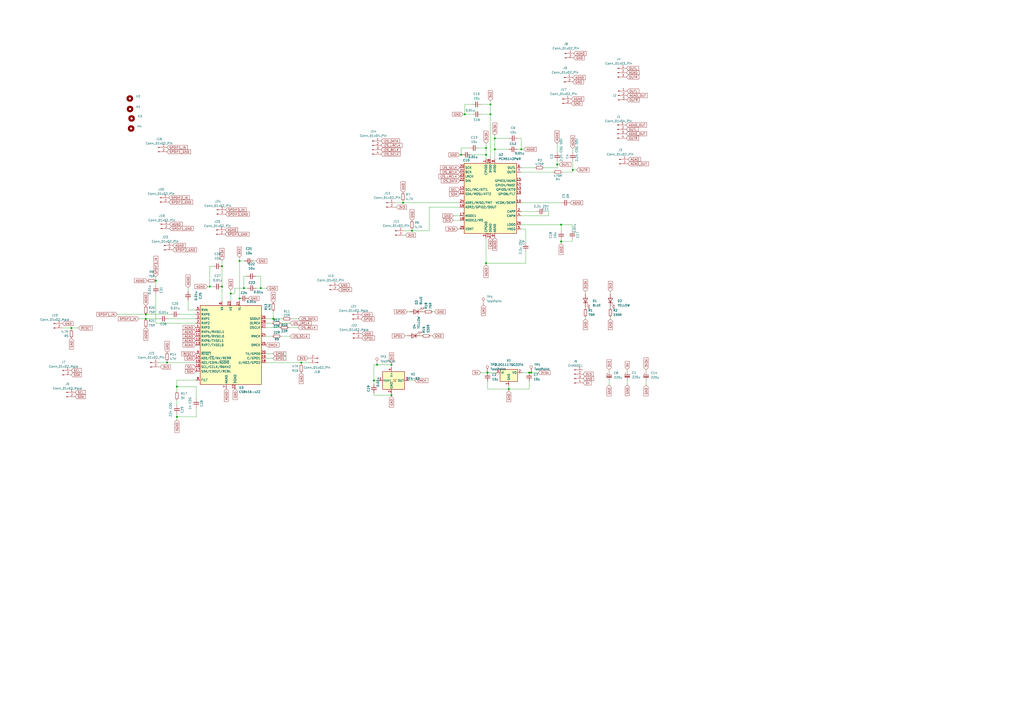
<source format=kicad_sch>
(kicad_sch (version 20230121) (generator eeschema)
  (paper "A2")
  (junction (at 227.076 211.582))
  (junction (at 133.858 170.307))
  (junction (at 287.02 80.264))
  (junction (at 267.462 89.789))
  (junction (at 141.478 167.132))
  (junction (at 151.257 167.132))
  (junction (at 41.402 190.246))
  (junction (at 323.215 95.377))
  (junction (at 121.666 166.243))
  (junction (at 233.807 117.602))
  (junction (at 287.02 86.614))
  (junction (at 239.014 133.858))
  (junction (at 332.232 98.552))
  (junction (at 138.938 173.101))
  (junction (at 306.959 216.154))
  (junction (at 216.916 220.726))
  (junction (at 174.752 210.312))
  (junction (at 227.076 229.235))
  (junction (at 102.616 241.808))
  (junction (at 102.616 224.282))
  (junction (at 302.387 86.614))
  (junction (at 84.582 182.372))
  (junction (at 295.148 225.679))
  (junction (at 281.94 89.789))
  (junction (at 284.48 66.294))
  (junction (at 325.501 140.081))
  (junction (at 281.94 85.852))
  (junction (at 284.48 60.579))
  (junction (at 96.901 210.312))
  (junction (at 84.582 184.912))
  (junction (at 269.621 66.294))
  (junction (at 282.829 216.154))
  (junction (at 282.702 216.154))
  (junction (at 281.94 152.654))
  (junction (at 128.778 166.243))
  (junction (at 325.501 130.302))
  (junction (at 308.102 216.154))
  (junction (at 128.778 154.432))
  (junction (at 138.938 151.384))
  (junction (at 218.694 211.582))
  (junction (at 90.424 162.814))
  (junction (at 158.496 184.912))
  (wire (pts (xy 316.357 122.682) (xy 318.389 122.682)))
  (wire (pts (xy 168.275 195.072) (xy 163.068 195.072)))
  (wire (pts (xy 96.901 209.423) (xy 96.901 210.312)))
  (wire (pts (xy 323.215 95.377) (xy 323.215 97.282)))
  (wire (pts (xy 295.021 86.614) (xy 287.02 86.614)))
  (wire (pts (xy 277.622 85.852) (xy 281.94 85.852)))
  (wire (pts (xy 128.778 166.243) (xy 128.778 174.752)))
  (wire (pts (xy 332.232 98.552) (xy 332.232 99.822)))
  (wire (pts (xy 96.901 210.312) (xy 113.538 210.312)))
  (wire (pts (xy 339.598 183.896) (xy 339.598 185.039)))
  (wire (pts (xy 216.916 220.726) (xy 219.456 220.726)))
  (wire (pts (xy 302.387 80.264) (xy 302.387 86.614)))
  (wire (pts (xy 136.144 167.132) (xy 136.144 170.307)))
  (wire (pts (xy 154.686 167.259) (xy 154.559 167.259)))
  (wire (pts (xy 269.621 66.294) (xy 274.066 66.294)))
  (wire (pts (xy 138.938 151.384) (xy 138.938 173.101)))
  (wire (pts (xy 282.829 216.154) (xy 287.528 216.154)))
  (wire (pts (xy 374.777 223.393) (xy 374.777 220.726)))
  (wire (pts (xy 331.978 140.081) (xy 331.978 138.811)))
  (wire (pts (xy 102.616 224.282) (xy 102.616 227.076)))
  (wire (pts (xy 138.938 173.101) (xy 138.938 174.752)))
  (wire (pts (xy 281.94 89.789) (xy 281.94 92.202)))
  (wire (pts (xy 229.108 117.602) (xy 233.807 117.602)))
  (wire (pts (xy 302.26 132.842) (xy 304.927 132.842)))
  (wire (pts (xy 325.501 130.302) (xy 325.501 133.858)))
  (wire (pts (xy 272.542 85.852) (xy 267.462 85.852)))
  (wire (pts (xy 353.314 214.503) (xy 353.314 215.646)))
  (wire (pts (xy 331.978 130.302) (xy 325.501 130.302)))
  (wire (pts (xy 339.598 178.816) (xy 339.598 178.054)))
  (wire (pts (xy 133.858 168.021) (xy 133.858 170.307)))
  (wire (pts (xy 138.811 149.225) (xy 138.811 149.352)))
  (wire (pts (xy 284.48 60.579) (xy 284.48 66.294)))
  (wire (pts (xy 332.232 93.345) (xy 332.232 98.552)))
  (wire (pts (xy 332.232 99.822) (xy 326.136 99.822)))
  (wire (pts (xy 154.559 167.259) (xy 154.559 167.132)))
  (wire (pts (xy 239.014 132.969) (xy 239.014 133.858)))
  (wire (pts (xy 128.778 154.432) (xy 128.778 166.243)))
  (wire (pts (xy 266.7 120.142) (xy 248.92 120.142)))
  (wire (pts (xy 287.02 80.264) (xy 287.02 86.614)))
  (wire (pts (xy 109.093 179.832) (xy 113.538 179.832)))
  (wire (pts (xy 90.424 165.608) (xy 90.424 162.814)))
  (wire (pts (xy 109.093 169.037) (xy 109.093 166.878)))
  (wire (pts (xy 279.146 66.294) (xy 284.48 66.294)))
  (wire (pts (xy 157.988 195.072) (xy 154.178 195.072)))
  (wire (pts (xy 318.389 125.222) (xy 318.389 122.682)))
  (wire (pts (xy 113.919 241.808) (xy 102.616 241.808)))
  (wire (pts (xy 300.228 80.264) (xy 302.387 80.264)))
  (wire (pts (xy 282.702 216.154) (xy 282.829 216.154)))
  (wire (pts (xy 123.698 154.432) (xy 121.666 154.432)))
  (wire (pts (xy 284.48 58.42) (xy 284.48 60.579)))
  (wire (pts (xy 265.684 132.842) (xy 266.7 132.842)))
  (wire (pts (xy 80.518 184.912) (xy 84.582 184.912)))
  (wire (pts (xy 121.666 166.243) (xy 123.698 166.243)))
  (wire (pts (xy 306.959 216.154) (xy 302.768 216.154)))
  (wire (pts (xy 311.277 122.682) (xy 302.26 122.682)))
  (wire (pts (xy 227.076 211.582) (xy 227.076 213.106)))
  (wire (pts (xy 245.872 180.848) (xy 245.11 180.848)))
  (wire (pts (xy 120.396 166.243) (xy 121.666 166.243)))
  (wire (pts (xy 84.582 182.372) (xy 99.06 182.372)))
  (wire (pts (xy 281.94 83.058) (xy 281.94 85.852)))
  (wire (pts (xy 323.088 83.439) (xy 323.215 83.439)))
  (wire (pts (xy 284.48 66.294) (xy 284.48 92.202)))
  (wire (pts (xy 312.166 216.154) (xy 308.102 216.154)))
  (wire (pts (xy 263.017 125.222) (xy 266.7 125.222)))
  (wire (pts (xy 143.383 160.274) (xy 141.478 160.274)))
  (wire (pts (xy 218.694 211.582) (xy 216.916 211.582)))
  (wire (pts (xy 268.732 66.294) (xy 269.621 66.294)))
  (wire (pts (xy 227.076 229.87) (xy 227.076 229.235)))
  (wire (pts (xy 148.463 160.274) (xy 151.257 160.274)))
  (wire (pts (xy 282.829 225.679) (xy 295.148 225.679)))
  (wire (pts (xy 68.072 182.372) (xy 84.582 182.372)))
  (wire (pts (xy 113.919 224.282) (xy 102.616 224.282)))
  (wire (pts (xy 331.978 130.302) (xy 331.978 133.731)))
  (wire (pts (xy 306.959 225.679) (xy 295.148 225.679)))
  (wire (pts (xy 92.964 212.852) (xy 92.202 212.852)))
  (wire (pts (xy 151.257 160.274) (xy 151.257 167.132)))
  (wire (pts (xy 295.148 225.679) (xy 295.148 223.774)))
  (wire (pts (xy 216.916 222.885) (xy 216.916 220.726)))
  (wire (pts (xy 250.952 180.848) (xy 252.095 180.848)))
  (wire (pts (xy 363.855 223.266) (xy 363.855 220.599)))
  (wire (pts (xy 102.616 220.472) (xy 102.616 224.282)))
  (wire (pts (xy 229.87 120.142) (xy 229.108 120.142)))
  (wire (pts (xy 303.784 86.614) (xy 302.387 86.614)))
  (wire (pts (xy 281.94 152.654) (xy 281.94 137.922)))
  (wire (pts (xy 154.178 210.312) (xy 174.752 210.312)))
  (wire (pts (xy 227.076 211.582) (xy 218.694 211.582)))
  (wire (pts (xy 287.02 78.359) (xy 287.02 80.264)))
  (wire (pts (xy 237.49 180.848) (xy 236.22 180.848)))
  (wire (pts (xy 84.582 184.912) (xy 92.329 184.912)))
  (wire (pts (xy 308.102 216.154) (xy 306.959 216.154)))
  (wire (pts (xy 90.424 170.688) (xy 90.424 187.452)))
  (wire (pts (xy 90.424 162.814) (xy 90.424 160.528)))
  (wire (pts (xy 323.215 93.345) (xy 323.215 95.377)))
  (wire (pts (xy 138.811 149.352) (xy 138.938 149.352)))
  (wire (pts (xy 216.916 229.235) (xy 227.076 229.235)))
  (wire (pts (xy 302.387 86.614) (xy 300.101 86.614)))
  (wire (pts (xy 304.927 132.842) (xy 304.927 140.843)))
  (wire (pts (xy 249.682 194.818) (xy 250.825 194.818)))
  (wire (pts (xy 233.807 117.602) (xy 266.7 117.602)))
  (wire (pts (xy 236.22 194.818) (xy 234.95 194.818)))
  (wire (pts (xy 244.602 194.818) (xy 243.84 194.818)))
  (wire (pts (xy 158.496 180.594) (xy 158.496 184.912)))
  (wire (pts (xy 267.462 85.852) (xy 267.462 89.789)))
  (wire (pts (xy 113.919 231.394) (xy 113.919 224.282)))
  (wire (pts (xy 174.752 211.201) (xy 174.752 210.312)))
  (wire (pts (xy 227.076 229.235) (xy 227.076 228.346)))
  (wire (pts (xy 168.275 187.452) (xy 162.941 187.452)))
  (wire (pts (xy 151.257 167.132) (xy 148.59 167.132)))
  (wire (pts (xy 121.666 154.432) (xy 121.666 166.243)))
  (wire (pts (xy 157.861 187.452) (xy 154.178 187.452)))
  (wire (pts (xy 104.14 182.372) (xy 113.538 182.372)))
  (wire (pts (xy 287.02 86.614) (xy 287.02 92.202)))
  (wire (pts (xy 143.51 167.132) (xy 141.478 167.132)))
  (wire (pts (xy 216.916 227.965) (xy 216.916 229.235)))
  (wire (pts (xy 281.94 85.852) (xy 281.94 89.789)))
  (wire (pts (xy 138.938 151.384) (xy 141.859 151.384)))
  (wire (pts (xy 128.778 151.003) (xy 128.778 154.432)))
  (wire (pts (xy 273.939 60.579) (xy 269.621 60.579)))
  (wire (pts (xy 97.409 184.912) (xy 113.538 184.912)))
  (wire (pts (xy 332.232 86.106) (xy 332.232 88.265)))
  (wire (pts (xy 295.148 226.822) (xy 295.148 225.679)))
  (wire (pts (xy 102.616 235.077) (xy 102.616 232.156)))
  (wire (pts (xy 45.466 190.246) (xy 41.402 190.246)))
  (wire (pts (xy 354.076 183.896) (xy 354.076 185.039)))
  (wire (pts (xy 248.92 120.142) (xy 248.92 133.858)))
  (wire (pts (xy 269.621 60.579) (xy 269.621 66.294)))
  (wire (pts (xy 172.847 189.992) (xy 167.513 189.992)))
  (wire (pts (xy 354.076 170.434) (xy 354.076 169.164)))
  (wire (pts (xy 158.496 184.912) (xy 154.178 184.912)))
  (wire (pts (xy 302.26 117.602) (xy 325.628 117.602)))
  (wire (pts (xy 354.076 178.816) (xy 354.076 178.054)))
  (wire (pts (xy 158.369 207.772) (xy 154.178 207.772)))
  (wire (pts (xy 237.236 220.726) (xy 240.538 220.726)))
  (wire (pts (xy 102.616 243.586) (xy 102.616 241.808)))
  (wire (pts (xy 179.451 210.312) (xy 174.752 210.312)))
  (wire (pts (xy 323.215 83.439) (xy 323.215 88.265)))
  (wire (pts (xy 178.689 207.772) (xy 179.451 207.772)))
  (wire (pts (xy 173.101 184.912) (xy 168.91 184.912)))
  (wire (pts (xy 325.501 138.938) (xy 325.501 140.081)))
  (wire (pts (xy 304.927 145.923) (xy 304.927 152.654)))
  (wire (pts (xy 109.093 174.117) (xy 109.093 179.832)))
  (wire (pts (xy 92.202 210.312) (xy 96.901 210.312)))
  (wire (pts (xy 41.402 191.135) (xy 41.402 190.246)))
  (wire (pts (xy 113.919 236.474) (xy 113.919 241.808)))
  (wire (pts (xy 113.538 220.472) (xy 102.616 220.472)))
  (wire (pts (xy 321.056 99.822) (xy 302.26 99.822)))
  (wire (pts (xy 263.017 127.762) (xy 266.7 127.762)))
  (wire (pts (xy 325.501 140.081) (xy 331.978 140.081)))
  (wire (pts (xy 102.616 241.808) (xy 102.616 240.157)))
  (wire (pts (xy 374.777 214.503) (xy 374.777 215.646)))
  (wire (pts (xy 234.315 133.858) (xy 239.014 133.858)))
  (wire (pts (xy 133.858 170.307) (xy 133.858 174.752)))
  (wire (pts (xy 141.478 167.132) (xy 136.144 167.132)))
  (wire (pts (xy 266.573 89.789) (xy 267.462 89.789)))
  (wire (pts (xy 353.314 223.393) (xy 353.314 220.726)))
  (wire (pts (xy 302.26 97.282) (xy 310.388 97.282)))
  (wire (pts (xy 141.478 160.274) (xy 141.478 167.132)))
  (wire (pts (xy 325.501 140.081) (xy 325.501 141.351)))
  (wire (pts (xy 282.829 221.234) (xy 282.829 225.679)))
  (wire (pts (xy 304.927 152.654) (xy 281.94 152.654)))
  (wire (pts (xy 334.391 98.552) (xy 332.232 98.552)))
  (wire (pts (xy 235.077 136.398) (xy 234.315 136.398)))
  (wire (pts (xy 302.26 130.302) (xy 325.501 130.302)))
  (wire (pts (xy 148.59 151.384) (xy 146.939 151.384)))
  (wire (pts (xy 324.231 95.377) (xy 323.215 95.377)))
  (wire (pts (xy 239.014 133.858) (xy 248.92 133.858)))
  (wire (pts (xy 233.807 116.713) (xy 233.807 117.602)))
  (wire (pts (xy 323.088 83.185) (xy 323.088 83.439)))
  (wire (pts (xy 287.02 80.264) (xy 295.148 80.264)))
  (wire (pts (xy 158.369 205.232) (xy 154.178 205.232)))
  (wire (pts (xy 216.916 211.582) (xy 216.916 220.726)))
  (wire (pts (xy 302.26 125.222) (xy 318.389 125.222)))
  (wire (pts (xy 315.468 97.282) (xy 323.215 97.282)))
  (wire (pts (xy 278.892 216.154) (xy 282.702 216.154)))
  (wire (pts (xy 281.94 152.654) (xy 281.94 153.67)))
  (wire (pts (xy 339.598 170.434) (xy 339.598 169.164)))
  (wire (pts (xy 154.559 167.132) (xy 151.257 167.132)))
  (wire (pts (xy 227.076 210.566) (xy 227.076 211.582)))
  (wire (pts (xy 162.433 189.992) (xy 154.178 189.992)))
  (wire (pts (xy 90.424 187.452) (xy 113.538 187.452)))
  (wire (pts (xy 138.938 149.352) (xy 138.938 151.384)))
  (wire (pts (xy 267.462 89.789) (xy 267.97 89.789)))
  (wire (pts (xy 41.402 190.246) (xy 36.195 190.246)))
  (wire (pts (xy 363.855 214.376) (xy 363.855 215.519)))
  (wire (pts (xy 163.83 184.912) (xy 158.496 184.912)))
  (wire (pts (xy 306.959 221.234) (xy 306.959 225.679)))
  (wire (pts (xy 136.144 170.307) (xy 133.858 170.307)))
  (wire (pts (xy 279.019 60.579) (xy 284.48 60.579)))
  (wire (pts (xy 273.05 89.789) (xy 281.94 89.789)))
  (global_label "AGND_OUT" (shape input) (at 363.22 72.517 0) (property "Intersheetrefs" "${INTERSHEET_REFS}" (effects hide)))
  (global_label "GND" (shape input) (at 354.076 185.039 270) (property "Intersheetrefs" "${INTERSHEET_REFS}" (effects hide)))
  (global_label "3V3A" (shape input) (at 287.02 78.359 90) (property "Intersheetrefs" "${INTERSHEET_REFS}" (effects hide)))
  (global_label "OMCK" (shape input) (at 196.215 168.021 0) (property "Intersheetrefs" "${INTERSHEET_REFS}" (effects hide)))
  (global_label "GND" (shape input) (at 363.855 223.266 270) (property "Intersheetrefs" "${INTERSHEET_REFS}" (effects hide)))
  (global_label "GND" (shape input) (at 148.59 151.384 0) (property "Intersheetrefs" "${INTERSHEET_REFS}" (effects hide)))
  (global_label "AGND" (shape input) (at 364.236 92.456 0) (property "Intersheetrefs" "${INTERSHEET_REFS}" (effects hide)))
  (global_label "GND" (shape input) (at 96.901 204.343 90) (property "Intersheetrefs" "${INTERSHEET_REFS}" (effects hide)))
  (global_label "SDA" (shape input) (at 41.275 217.424 0) (property "Intersheetrefs" "${INTERSHEET_REFS}" (effects hide)))
  (global_label "3V3A" (shape input) (at 312.166 216.154 0) (property "Intersheetrefs" "${INTERSHEET_REFS}" (effects hide)))
  (global_label "GND" (shape input) (at 41.402 196.215 270) (property "Intersheetrefs" "${INTERSHEET_REFS}" (effects hide)))
  (global_label "GND" (shape input) (at 325.501 141.351 270) (property "Intersheetrefs" "${INTERSHEET_REFS}" (effects hide)))
  (global_label "GND" (shape input) (at 353.314 223.393 270) (property "Intersheetrefs" "${INTERSHEET_REFS}" (effects hide)))
  (global_label "I2S_DATA" (shape input) (at 266.7 104.902 180) (property "Intersheetrefs" "${INTERSHEET_REFS}" (effects hide)))
  (global_label "GND" (shape input) (at 332.232 47.498 0) (property "Intersheetrefs" "${INTERSHEET_REFS}" (effects hide)))
  (global_label "AGND" (shape input) (at 113.538 197.612 180) (property "Intersheetrefs" "${INTERSHEET_REFS}" (effects hide)))
  (global_label "GND" (shape input) (at 250.825 194.818 0) (property "Intersheetrefs" "${INTERSHEET_REFS}" (effects hide)))
  (global_label "I2S_DATA" (shape input) (at 173.101 184.912 0) (property "Intersheetrefs" "${INTERSHEET_REFS}" (effects hide)))
  (global_label "AGND" (shape input) (at 287.02 137.922 270) (property "Intersheetrefs" "${INTERSHEET_REFS}" (effects hide)))
  (global_label "SPDIF1_IN" (shape input) (at 96.774 85.471 0) (property "Intersheetrefs" "${INTERSHEET_REFS}" (effects hide)))
  (global_label "AGND" (shape input) (at 332.74 30.988 0) (property "Intersheetrefs" "${INTERSHEET_REFS}" (effects hide)))
  (global_label "AGND" (shape input) (at 281.94 153.67 270) (property "Intersheetrefs" "${INTERSHEET_REFS}" (effects hide)))
  (global_label "I2S_DATA" (shape input) (at 220.98 81.788 0) (property "Intersheetrefs" "${INTERSHEET_REFS}" (effects hide)))
  (global_label "SPDIF2_GND" (shape input) (at 97.917 117.221 0) (property "Intersheetrefs" "${INTERSHEET_REFS}" (effects hide)))
  (global_label "OUTR" (shape input) (at 363.601 57.912 0) (property "Intersheetrefs" "${INTERSHEET_REFS}" (effects hide)))
  (global_label "GND" (shape input) (at 338.201 219.583 0) (property "Intersheetrefs" "${INTERSHEET_REFS}" (effects hide)))
  (global_label "AGND" (shape input) (at 98.298 130.048 0) (property "Intersheetrefs" "${INTERSHEET_REFS}" (effects hide)))
  (global_label "I2S_SCLK" (shape input) (at 220.98 89.408 0) (property "Intersheetrefs" "${INTERSHEET_REFS}" (effects hide)))
  (global_label "OUTR" (shape input) (at 363.22 80.137 0) (property "Intersheetrefs" "${INTERSHEET_REFS}" (effects hide)))
  (global_label "RESET" (shape input) (at 113.538 205.232 180) (property "Intersheetrefs" "${INTERSHEET_REFS}" (effects hide)))
  (global_label "3V3" (shape input) (at 263.017 127.762 180) (property "Intersheetrefs" "${INTERSHEET_REFS}" (effects hide)))
  (global_label "OUTL" (shape input) (at 363.347 39.624 0) (property "Intersheetrefs" "${INTERSHEET_REFS}" (effects hide)))
  (global_label "GND" (shape input) (at 209.55 182.499 0) (property "Intersheetrefs" "${INTERSHEET_REFS}" (effects hide)))
  (global_label "GND" (shape input) (at 339.598 185.039 270) (property "Intersheetrefs" "${INTERSHEET_REFS}" (effects hide)))
  (global_label "3V3" (shape input) (at 284.48 58.42 90) (property "Intersheetrefs" "${INTERSHEET_REFS}" (effects hide)))
  (global_label "5V" (shape input) (at 363.855 214.376 90) (property "Intersheetrefs" "${INTERSHEET_REFS}" (effects hide)))
  (global_label "I2S_BCLK" (shape input) (at 172.847 189.992 0) (property "Intersheetrefs" "${INTERSHEET_REFS}" (effects hide)))
  (global_label "AGND_OUT" (shape input) (at 363.601 55.372 0) (property "Intersheetrefs" "${INTERSHEET_REFS}" (effects hide)))
  (global_label "3V3A" (shape input) (at 374.777 214.503 90) (property "Intersheetrefs" "${INTERSHEET_REFS}" (effects hide)))
  (global_label "I2S_SCLK" (shape input) (at 266.7 97.282 180) (property "Intersheetrefs" "${INTERSHEET_REFS}" (effects hide)))
  (global_label "SPDIF1_GND" (shape input) (at 96.774 88.011 0) (property "Intersheetrefs" "${INTERSHEET_REFS}" (effects hide)))
  (global_label "GND" (shape input) (at 332.74 33.528 0) (property "Intersheetrefs" "${INTERSHEET_REFS}" (effects hide)))
  (global_label "5V" (shape input) (at 278.892 216.154 180) (property "Intersheetrefs" "${INTERSHEET_REFS}" (effects hide)))
  (global_label "OUTR" (shape input) (at 334.391 98.552 0) (property "Intersheetrefs" "${INTERSHEET_REFS}" (effects hide)))
  (global_label "GND" (shape input) (at 280.416 176.784 270) (property "Intersheetrefs" "${INTERSHEET_REFS}" (effects hide)))
  (global_label "SDA" (shape input) (at 266.7 112.522 180) (property "Intersheetrefs" "${INTERSHEET_REFS}" (effects hide)))
  (global_label "I2S_LRCLK" (shape input) (at 266.7 102.362 180) (property "Intersheetrefs" "${INTERSHEET_REFS}" (effects hide)))
  (global_label "SDA" (shape input) (at 43.561 230.124 0) (property "Intersheetrefs" "${INTERSHEET_REFS}" (effects hide)))
  (global_label "3V3A" (shape input) (at 281.94 83.058 90) (property "Intersheetrefs" "${INTERSHEET_REFS}" (effects hide)))
  (global_label "AGND" (shape input) (at 332.232 86.106 90) (property "Intersheetrefs" "${INTERSHEET_REFS}" (effects hide)))
  (global_label "SPDIF3_IN" (shape input) (at 90.424 160.528 90) (property "Intersheetrefs" "${INTERSHEET_REFS}" (effects hide)))
  (global_label "SCL" (shape input) (at 113.538 212.852 180) (property "Intersheetrefs" "${INTERSHEET_REFS}" (effects hide)))
  (global_label "GND" (shape input) (at 284.48 137.922 270) (property "Intersheetrefs" "${INTERSHEET_REFS}" (effects hide)))
  (global_label "AGND_OUT" (shape input) (at 364.236 94.996 0) (property "Intersheetrefs" "${INTERSHEET_REFS}" (effects hide)))
  (global_label "AGND" (shape input) (at 100.203 142.367 0) (property "Intersheetrefs" "${INTERSHEET_REFS}" (effects hide)))
  (global_label "SPDIF3_GND" (shape input) (at 130.81 124.206 0) (property "Intersheetrefs" "${INTERSHEET_REFS}" (effects hide)))
  (global_label "3V3" (shape input) (at 227.076 210.566 90) (property "Intersheetrefs" "${INTERSHEET_REFS}" (effects hide)))
  (global_label "AGND" (shape input) (at 363.347 42.164 0) (property "Intersheetrefs" "${INTERSHEET_REFS}" (effects hide)))
  (global_label "AGND" (shape input) (at 84.582 189.992 270) (property "Intersheetrefs" "${INTERSHEET_REFS}" (effects hide)))
  (global_label "OUTR" (shape input) (at 363.347 44.704 0) (property "Intersheetrefs" "${INTERSHEET_REFS}" (effects hide)))
  (global_label "SPDIF3_IN" (shape input) (at 130.81 121.666 0) (property "Intersheetrefs" "${INTERSHEET_REFS}" (effects hide)))
  (global_label "GND" (shape input) (at 268.732 66.294 180) (property "Intersheetrefs" "${INTERSHEET_REFS}" (effects hide)))
  (global_label "SDA" (shape input) (at 113.538 215.392 180) (property "Intersheetrefs" "${INTERSHEET_REFS}" (effects hide)))
  (global_label "I2S_SCLK" (shape input) (at 168.275 195.072 0) (property "Intersheetrefs" "${INTERSHEET_REFS}" (effects hide)))
  (global_label "GND" (shape input) (at 174.752 216.281 270) (property "Intersheetrefs" "${INTERSHEET_REFS}" (effects hide)))
  (global_label "GPO0" (shape input) (at 158.369 205.232 0) (property "Intersheetrefs" "${INTERSHEET_REFS}" (effects hide)))
  (global_label "OMCK" (shape input) (at 240.538 220.726 0) (property "Intersheetrefs" "${INTERSHEET_REFS}" (effects hide)))
  (global_label "I2S_BCLK" (shape input) (at 220.98 86.868 0) (property "Intersheetrefs" "${INTERSHEET_REFS}" (effects hide)))
  (global_label "3V3" (shape input) (at 158.496 175.514 90) (property "Intersheetrefs" "${INTERSHEET_REFS}" (effects hide)))
  (global_label "GPO0" (shape input) (at 209.55 185.039 0) (property "Intersheetrefs" "${INTERSHEET_REFS}" (effects hide)))
  (global_label "AGND" (shape input) (at 113.538 189.992 180) (property "Intersheetrefs" "${INTERSHEET_REFS}" (effects hide)))
  (global_label "3V3" (shape input) (at 133.858 168.021 90) (property "Intersheetrefs" "${INTERSHEET_REFS}" (effects hide)))
  (global_label "3V3A" (shape input) (at 265.684 132.842 180) (property "Intersheetrefs" "${INTERSHEET_REFS}" (effects hide)))
  (global_label "GND" (shape input) (at 209.804 193.548 0) (property "Intersheetrefs" "${INTERSHEET_REFS}" (effects hide)))
  (global_label "3V3" (shape input) (at 338.201 217.043 0) (property "Intersheetrefs" "${INTERSHEET_REFS}" (effects hide)))
  (global_label "OUTL" (shape input) (at 363.22 75.057 0) (property "Intersheetrefs" "${INTERSHEET_REFS}" (effects hide)))
  (global_label "GND" (shape input) (at 263.017 125.222 180) (property "Intersheetrefs" "${INTERSHEET_REFS}" (effects hide)))
  (global_label "SPDIF1_GND" (shape input) (at 98.298 132.588 0) (property "Intersheetrefs" "${INTERSHEET_REFS}" (effects hide)))
  (global_label "GPO1" (shape input) (at 158.369 207.772 0) (property "Intersheetrefs" "${INTERSHEET_REFS}" (effects hide)))
  (global_label "3V3" (shape input) (at 354.076 169.164 90) (property "Intersheetrefs" "${INTERSHEET_REFS}" (effects hide)))
  (global_label "AGND" (shape input) (at 113.538 195.072 180) (property "Intersheetrefs" "${INTERSHEET_REFS}" (effects hide)))
  (global_label "OUTL" (shape input) (at 363.601 52.832 0) (property "Intersheetrefs" "${INTERSHEET_REFS}" (effects hide)))
  (global_label "GND" (shape input) (at 252.095 180.848 0) (property "Intersheetrefs" "${INTERSHEET_REFS}" (effects hide)))
  (global_label "GPO1" (shape input) (at 234.95 194.818 180) (property "Intersheetrefs" "${INTERSHEET_REFS}" (effects hide)))
  (global_label "3V3" (shape input) (at 138.811 149.225 90) (property "Intersheetrefs" "${INTERSHEET_REFS}" (effects hide)))
  (global_label "GND" (shape input) (at 233.807 111.633 90) (property "Intersheetrefs" "${INTERSHEET_REFS}" (effects hide)))
  (global_label "AGND" (shape input) (at 303.784 86.614 0) (property "Intersheetrefs" "${INTERSHEET_REFS}" (effects hide)))
  (global_label "AGND" (shape input) (at 332.232 44.958 0) (property "Intersheetrefs" "${INTERSHEET_REFS}" (effects hide)))
  (global_label "AGND" (shape input) (at 113.538 192.532 180) (property "Intersheetrefs" "${INTERSHEET_REFS}" (effects hide)))
  (global_label "GND" (shape input) (at 36.195 187.706 0) (property "Intersheetrefs" "${INTERSHEET_REFS}" (effects hide)))
  (global_label "AGND" (shape input) (at 85.344 162.814 180) (property "Intersheetrefs" "${INTERSHEET_REFS}" (effects hide)))
  (global_label "AGND" (shape input) (at 331.343 57.404 0) (property "Intersheetrefs" "${INTERSHEET_REFS}" (effects hide)))
  (global_label "SPDIF2_IN" (shape input) (at 80.518 184.912 180) (property "Intersheetrefs" "${INTERSHEET_REFS}" (effects hide)))
  (global_label "SCL" (shape input) (at 266.7 109.982 180) (property "Intersheetrefs" "${INTERSHEET_REFS}" (effects hide)))
  (global_label "AGND_OUT" (shape input) (at 363.22 77.597 0) (property "Intersheetrefs" "${INTERSHEET_REFS}" (effects hide)))
  (global_label "AGND" (shape input) (at 131.318 225.552 270) (property "Intersheetrefs" "${INTERSHEET_REFS}" (effects hide)))
  (global_label "SPDIF1_IN" (shape input) (at 68.072 182.372 180) (property "Intersheetrefs" "${INTERSHEET_REFS}" (effects hide)))
  (global_label "SPDIF2_GND" (shape input) (at 100.203 144.907 0) (property "Intersheetrefs" "${INTERSHEET_REFS}" (effects hide)))
  (global_label "I2S_LRCLK" (shape input) (at 168.275 187.452 0) (property "Intersheetrefs" "${INTERSHEET_REFS}" (effects hide)))
  (global_label "AGND" (shape input) (at 109.093 166.878 90) (property "Intersheetrefs" "${INTERSHEET_REFS}" (effects hide)))
  (global_label "AGND" (shape input) (at 102.616 243.586 270) (property "Intersheetrefs" "${INTERSHEET_REFS}" (effects hide)))
  (global_label "GND" (shape input) (at 239.014 127.889 90) (property "Intersheetrefs" "${INTERSHEET_REFS}" (effects hide)))
  (global_label "RESET" (shape input) (at 45.466 190.246 0) (property "Intersheetrefs" "${INTERSHEET_REFS}" (effects hide)))
  (global_label "GND" (shape input) (at 154.686 167.259 0) (property "Intersheetrefs" "${INTERSHEET_REFS}" (effects hide)))
  (global_label "SPDIF2_IN" (shape input) (at 97.917 114.681 0) (property "Intersheetrefs" "${INTERSHEET_REFS}" (effects hide)))
  (global_label "3V3A" (shape input) (at 339.598 169.164 90) (property "Intersheetrefs" "${INTERSHEET_REFS}" (effects hide)))
  (global_label "GND" (shape input) (at 374.777 223.393 270) (property "Intersheetrefs" "${INTERSHEET_REFS}" (effects hide)))
  (global_label "GND" (shape input) (at 331.343 59.944 0) (property "Intersheetrefs" "${INTERSHEET_REFS}" (effects hide)))
  (global_label "OMCK" (shape input) (at 154.178 200.152 0) (property "Intersheetrefs" "${INTERSHEET_REFS}" (effects hide)))
  (global_label "GND" (shape input) (at 113.538 207.772 180) (property "Intersheetrefs" "${INTERSHEET_REFS}" (effects hide)))
  (global_label "GPO1" (shape input) (at 209.804 196.088 0) (property "Intersheetrefs" "${INTERSHEET_REFS}" (effects hide)))
  (global_label "GND" (shape input) (at 136.398 225.552 270) (property "Intersheetrefs" "${INTERSHEET_REFS}" (effects hide)))
  (global_label "AGND" (shape input) (at 113.538 200.152 180) (property "Intersheetrefs" "${INTERSHEET_REFS}" (effects hide)))
  (global_label "GND" (shape input) (at 227.076 229.87 270) (property "Intersheetrefs" "${INTERSHEET_REFS}" (effects hide)))
  (global_label "3V3" (shape input) (at 229.87 120.142 0) (property "Intersheetrefs" "${INTERSHEET_REFS}" (effects hide)))
  (global_label "3V3" (shape input) (at 353.314 214.503 90) (property "Intersheetrefs" "${INTERSHEET_REFS}" (effects hide)))
  (global_label "AGND" (shape input) (at 323.088 83.185 90) (property "Intersheetrefs" "${INTERSHEET_REFS}" (effects hide)))
  (global_label "GND" (shape input) (at 266.573 89.789 180) (property "Intersheetrefs" "${INTERSHEET_REFS}" (effects hide)))
  (global_label "SCL" (shape input) (at 43.561 227.584 0) (property "Intersheetrefs" "${INTERSHEET_REFS}" (effects hide)))
  (global_label "GND" (shape input) (at 196.215 165.481 0) (property "Intersheetrefs" "${INTERSHEET_REFS}" (effects hide)))
  (global_label "GPO0" (shape input) (at 236.22 180.848 180) (property "Intersheetrefs" "${INTERSHEET_REFS}" (effects hide)))
  (global_label "GND" (shape input) (at 144.018 173.101 0) (property "Intersheetrefs" "${INTERSHEET_REFS}" (effects hide)))
  (global_label "AGND" (shape input) (at 130.556 133.35 0) (property "Intersheetrefs" "${INTERSHEET_REFS}" (effects hide)))
  (global_label "3V3A" (shape input) (at 128.778 151.003 90) (property "Intersheetrefs" "${INTERSHEET_REFS}" (effects hide)))
  (global_label "I2S_BCLK" (shape input) (at 266.7 99.822 180) (property "Intersheetrefs" "${INTERSHEET_REFS}" (effects hide)))
  (global_label "3V3" (shape input) (at 178.689 207.772 180) (property "Intersheetrefs" "${INTERSHEET_REFS}" (effects hide)))
  (global_label "AGND" (shape input) (at 120.396 166.243 180) (property "Intersheetrefs" "${INTERSHEET_REFS}" (effects hide)))
  (global_label "GND" (shape input) (at 295.148 226.822 270) (property "Intersheetrefs" "${INTERSHEET_REFS}" (effects hide)))
  (global_label "5V" (shape input) (at 338.201 222.123 0) (property "Intersheetrefs" "${INTERSHEET_REFS}" (effects hide)))
  (global_label "SPDIF3_GND" (shape input) (at 130.556 135.89 0) (property "Intersheetrefs" "${INTERSHEET_REFS}" (effects hide)))
  (global_label "3V3" (shape input) (at 92.964 212.852 0) (property "Intersheetrefs" "${INTERSHEET_REFS}" (effects hide)))
  (global_label "I2S_LRCLK" (shape input) (at 220.98 84.328 0) (property "Intersheetrefs" "${INTERSHEET_REFS}" (effects hide)))
  (global_label "3V3" (shape input) (at 235.077 136.398 0) (property "Intersheetrefs" "${INTERSHEET_REFS}" (effects hide)))
  (global_label "OUTL" (shape input) (at 324.231 95.377 0) (property "Intersheetrefs" "${INTERSHEET_REFS}" (effects hide)))
  (global_label "AGND" (shape input) (at 330.708 117.602 0) (property "Intersheetrefs" "${INTERSHEET_REFS}" (effects hide)))
  (global_label "AGND" (shape input) (at 84.582 177.292 90) (property "Intersheetrefs" "${INTERSHEET_REFS}" (effects hide)))
  (global_label "SCL" (shape input) (at 41.275 214.884 0) (property "Intersheetrefs" "${INTERSHEET_REFS}" (effects hide)))
  (symbol (lib_id "Device:C_Small") (at 331.978 136.271 180) (unit 1)
    (property "Reference" "C17" (at 335.153 136.271 90))
    (property "Value" "0.01u" (at 333.248 132.461 90))
    (property "Footprint" "Capacitor_SMD:C_0805_2012Metric" (effects hide))
  )
  (symbol (lib_id "Connector:Conn_01x02_Male") (at 204.47 182.499 0) (unit 1)
    (property "Reference" "J21" (at 205.105 177.673 0))
    (property "Value" "Conn_01x02_Male" (at 205.105 180.213 0))
    (property "Footprint" "Connector_JST:JST_PH_B2B-PH-K_1x02_P2.00mm_Vertical" (effects hide))
  )
  (symbol (lib_id "Device:R_Small") (at 354.076 181.356 180) (unit 1)
    (property "Reference" "R2" (at 355.6 180.086 0) (effects (justify right)))
    (property "Value" "330R" (at 355.6 182.626 0) (effects (justify right)))
    (property "Footprint" "Resistor_SMD:R_0603_1608Metric_Pad0.98x0.95mm_HandSolder" (effects hide))
  )
  (symbol (lib_id "Device:C_Small") (at 276.479 60.579 270) (unit 1)
    (property "Reference" "C15" (at 276.4726 54.483 90))
    (property "Value" "10u" (at 276.4726 57.023 90))
    (property "Footprint" "Capacitor_SMD:C_1206_3216Metric_Pad1.33x1.80mm_HandSolder" (effects hide))
  )
  (symbol (lib_id "Device:C_Small") (at 141.478 173.101 270) (unit 1)
    (property "Reference" "C24" (at 141.478 169.926 90))
    (property "Value" "0.01u" (at 145.796 175.006 90))
    (property "Footprint" "Capacitor_SMD:C_0805_2012Metric" (effects hide))
  )
  (symbol (lib_id "Connector:Conn_01x02_Pin") (at 229.235 133.858 0) (unit 1)
    (property "Reference" "J11" (at 229.87 128.397 0))
    (property "Value" "Conn_01x02_Pin" (at 229.87 130.937 0))
    (property "Footprint" "Connector_PinHeader_2.54mm:PinHeader_1x02_P2.54mm_Vertical" (effects hide))
  )
  (symbol (lib_id "Device:C_Small") (at 276.606 66.294 90) (unit 1)
    (property "Reference" "C16" (at 276.606 69.469 90))
    (property "Value" "0.01u" (at 272.796 64.008 90))
    (property "Footprint" "Capacitor_SMD:C_0805_2012Metric" (effects hide))
  )
  (symbol (lib_id "Device:C_Small") (at 270.51 89.789 90) (unit 1)
    (property "Reference" "C10" (at 270.51 92.964 90))
    (property "Value" "0.01u" (at 274.32 91.059 90))
    (property "Footprint" "Capacitor_SMD:C_0805_2012Metric" (effects hide))
  )
  (symbol (lib_id "Device:R_Small") (at 312.928 97.282 90) (unit 1)
    (property "Reference" "R3" (at 313.055 92.964 90))
    (property "Value" "470R" (at 312.928 95.25 90))
    (property "Footprint" "Resistor_SMD:R_0603_1608Metric_Pad0.98x0.95mm_HandSolder" (effects hide))
  )
  (symbol (lib_id "Connector:Conn_01x02_Male") (at 31.115 187.706 0) (unit 1)
    (property "Reference" "J10" (at 31.75 182.88 0))
    (property "Value" "Conn_01x02_Male" (at 31.75 185.42 0))
    (property "Footprint" "Connector_JST:JST_PH_B2B-PH-K_1x02_P2.00mm_Vertical" (effects hide))
  )
  (symbol (lib_id "Device:R_Small") (at 248.412 180.848 270) (unit 1)
    (property "Reference" "R18" (at 247.142 179.324 0) (effects (justify right)))
    (property "Value" "75R" (at 249.682 179.324 0) (effects (justify right)))
    (property "Footprint" "Resistor_SMD:R_0603_1608Metric_Pad0.98x0.95mm_HandSolder" (effects hide))
  )
  (symbol (lib_id "Connector:Conn_01x02_Pin") (at 327.66 30.988 0) (unit 1)
    (property "Reference" "J8" (at 328.295 25.527 0))
    (property "Value" "Conn_01x02_Pin" (at 328.295 28.067 0))
    (property "Footprint" "Connector_PinHeader_2.54mm:PinHeader_1x02_P2.54mm_Vertical" (effects hide))
  )
  (symbol (lib_id "Device:C_Small") (at 113.919 233.934 180) (unit 1)
    (property "Reference" "C28" (at 116.967 234.061 90))
    (property "Value" "1n C0G" (at 110.236 233.9277 90))
    (property "Footprint" "Capacitor_SMD:C_0805_2012Metric_Pad1.18x1.45mm_HandSolder" (effects hide))
  )
  (symbol (lib_id "Device:C_Small") (at 323.215 90.805 0) (unit 1)
    (property "Reference" "C3" (at 320.04 90.805 90))
    (property "Value" "2.2n C0G 50V" (at 325.501 86.995 90))
    (property "Footprint" "Capacitor_SMD:C_0805_2012Metric" (effects hide))
  )
  (symbol (lib_id "Connector:Conn_01x02_Pin") (at 191.135 165.481 0) (unit 1)
    (property "Reference" "J13" (at 191.77 160.02 0))
    (property "Value" "Conn_01x02_Pin" (at 191.77 162.56 0))
    (property "Footprint" "Connector_PinHeader_2.54mm:PinHeader_1x02_P2.54mm_Vertical" (effects hide))
  )
  (symbol (lib_id "Device:C_Polarized_Small") (at 374.777 218.186 0) (unit 1)
    (property "Reference" "C14" (at 377.444 216.3699 0) (effects (justify left)))
    (property "Value" "220u" (at 377.444 218.9099 0) (effects (justify left)))
    (property "Footprint" "Capacitor_THT:CP_Radial_D6.3mm_P2.50mm" (effects hide))
  )
  (symbol (lib_id "Connector:Conn_01x02_Pin") (at 125.476 133.35 0) (unit 1)
    (property "Reference" "J25" (at 126.111 128.524 0))
    (property "Value" "Conn_01x02_Pin" (at 126.111 131.064 0))
    (property "Footprint" "Connector_PinHeader_2.54mm:PinHeader_1x02_P2.54mm_Vertical" (effects hide))
  )
  (symbol (lib_id "Connector:Conn_01x02_Pin") (at 184.531 210.312 180) (unit 1)
    (property "Reference" "J18" (at 183.896 215.773 0))
    (property "Value" "Conn_01x02_Pin" (at 183.896 213.233 0))
    (property "Footprint" "Connector_PinHeader_2.54mm:PinHeader_1x02_P2.54mm_Vertical" (effects hide))
  )
  (symbol (lib_id "Connector:Conn_01x03_Pin") (at 358.521 55.372 0) (unit 1)
    (property "Reference" "J2" (at 356.489 55.372 0))
    (property "Value" "Conn_01x03_Pin" (effects hide))
    (property "Footprint" "Connector_JST:JST_PH_B3B-PH-K_1x03_P2.00mm_Vertical" (effects hide))
  )
  (symbol (lib_id "Device:C_Small") (at 102.616 237.617 180) (unit 1)
    (property "Reference" "C29" (at 105.664 237.744 90))
    (property "Value" "22n C0G" (at 98.933 237.6107 90))
    (property "Footprint" "Capacitor_SMD:C_0805_2012Metric_Pad1.18x1.45mm_HandSolder" (effects hide))
  )
  (symbol (lib_id "Connector:TestPoint") (at 308.102 216.154 0) (unit 1)
    (property "Reference" "TP1" (at 309.88 211.582 0) (effects (justify left)))
    (property "Value" "TestPoint" (at 309.88 214.122 0) (effects (justify left)))
    (property "Footprint" "TestPoint:TestPoint_Pad_2.0x2.0mm" (effects hide))
  )
  (symbol (lib_id "Device:R_Small") (at 41.402 193.675 0) (unit 1)
    (property "Reference" "R5" (at 39.878 194.945 0) (effects (justify right)))
    (property "Value" "4.7K" (at 39.878 192.405 0) (effects (justify right)))
    (property "Footprint" "Resistor_SMD:R_0603_1608Metric_Pad0.98x0.95mm_HandSolder" (effects hide))
  )
  (symbol (lib_id "Device:LED") (at 339.598 174.244 90) (unit 1)
    (property "Reference" "D1" (at 343.662 174.5615 90) (effects (justify right)))
    (property "Value" "BLUE" (at 343.662 177.1015 90) (effects (justify right)))
    (property "Footprint" "LED_SMD:LED_0805_2012Metric_Pad1.15x1.40mm_HandSolder" (effects hide))
  )
  (symbol (lib_id "Connector:Conn_01x02_Pin") (at 93.218 130.048 0) (unit 1)
    (property "Reference" "J19" (at 93.853 125.222 0))
    (property "Value" "Conn_01x02_Pin" (at 93.853 127.762 0))
    (property "Footprint" "Connector_PinHeader_2.54mm:PinHeader_1x02_P2.54mm_Vertical" (effects hide))
  )
  (symbol (lib_id "Connector:Conn_01x02_Pin") (at 327.152 44.958 0) (unit 1)
    (property "Reference" "J9" (at 327.787 39.497 0))
    (property "Value" "Conn_01x02_Pin" (at 327.787 42.037 0))
    (property "Footprint" "Connector_PinHeader_2.54mm:PinHeader_1x02_P2.54mm_Vertical" (effects hide))
  )
  (symbol (lib_id "Connector:Conn_01x04_Pin") (at 333.121 217.043 0) (unit 1)
    (property "Reference" "J6" (at 333.756 209.55 0))
    (property "Value" "CHANSEL" (at 333.756 212.09 0))
    (property "Footprint" "Connector_JST:JST_XH_B4B-XH-A_1x04_P2.50mm_Vertical" (effects hide))
  )
  (symbol (lib_id "Device:R_Small") (at 160.528 195.072 90) (unit 1)
    (property "Reference" "R9" (at 160.528 196.85 90))
    (property "Value" "22R" (at 160.528 192.913 90))
    (property "Footprint" "Resistor_SMD:R_0603_1608Metric_Pad0.98x0.95mm_HandSolder" (effects hide))
  )
  (symbol (lib_id "Device:C_Small") (at 304.927 143.383 180) (unit 1)
    (property "Reference" "C9" (at 303.657 140.716 90))
    (property "Value" "2.2u 25V" (at 301.879 143.256 90))
    (property "Footprint" "Capacitor_SMD:C_0805_2012Metric" (effects hide))
  )
  (symbol (lib_id "Device:R_Small") (at 166.37 184.912 90) (unit 1)
    (property "Reference" "R11" (at 166.37 180.721 90))
    (property "Value" "22R" (at 166.37 182.88 90))
    (property "Footprint" "Resistor_SMD:R_0603_1608Metric_Pad0.98x0.95mm_HandSolder" (effects hide))
  )
  (symbol (lib_id "Device:C_Small") (at 282.829 218.694 180) (unit 1)
    (property "Reference" "C2" (at 285.369 217.4176 0) (effects (justify right)))
    (property "Value" "10u" (at 285.369 219.9576 0) (effects (justify right)))
    (property "Footprint" "Capacitor_SMD:C_1206_3216Metric_Pad1.33x1.80mm_HandSolder" (effects hide))
  )
  (symbol (lib_id "Device:R_Small") (at 160.401 187.452 90) (unit 1)
    (property "Reference" "R12" (at 160.401 185.674 90))
    (property "Value" "22R" (at 160.401 189.23 90))
    (property "Footprint" "Resistor_SMD:R_0603_1608Metric_Pad0.98x0.95mm_HandSolder" (effects hide))
  )
  (symbol (lib_id "Device:LED") (at 240.03 194.818 180) (unit 1)
    (property "Reference" "D4" (at 240.3475 190.754 90) (effects (justify right)))
    (property "Value" "YELLOW" (at 242.8875 190.754 90) (effects (justify right)))
    (property "Footprint" "LED_SMD:LED_0805_2012Metric_Pad1.15x1.40mm_HandSolder" (effects hide))
  )
  (symbol (lib_id "Mechanical:MountingHole") (at 75.311 57.15 0) (unit 1)
    (property "Reference" "H2" (at 78.74 55.88 0) (effects (justify left)))
    (property "Value" "MountingHole" (effects hide))
    (property "Footprint" "MountingHole:MountingHole_3.2mm_M3" (effects hide))
  )
  (symbol (lib_id "Connector:Conn_01x02_Pin") (at 224.028 117.602 0) (unit 1)
    (property "Reference" "J12" (at 224.663 112.141 0))
    (property "Value" "Conn_01x02_Pin" (at 224.663 114.681 0))
    (property "Footprint" "Connector_PinHeader_2.54mm:PinHeader_1x02_P2.54mm_Vertical" (effects hide))
  )
  (symbol (lib_id "Connector:Conn_01x02_Male") (at 38.481 227.584 0) (unit 1)
    (property "Reference" "J5" (at 39.116 222.758 0))
    (property "Value" "Conn_01x02_Male" (at 39.116 225.298 0))
    (property "Footprint" "Connector_JST:JST_PH_B2B-PH-K_1x02_P2.00mm_Vertical" (effects hide))
  )
  (symbol (lib_id "Connector:Conn_01x04_Pin") (at 358.14 75.057 0) (unit 1)
    (property "Reference" "J1" (at 358.775 67.691 0))
    (property "Value" "Conn_01x04_Pin" (at 358.775 70.231 0))
    (property "Footprint" "Connector_JST:JST_PH_B4B-PH-K_1x04_P2.00mm_Vertical" (effects hide))
  )
  (symbol (lib_id "Audio:CS8416-xZZ") (at 133.858 200.152 0) (unit 1)
    (property "Reference" "U3" (at 138.5921 224.79 0) (effects (justify left)))
    (property "Value" "CS8416-xZZ" (at 138.5921 227.33 0) (effects (justify left)))
    (property "Footprint" "Package_SO:TSSOP-28_4.4x9.7mm_P0.65mm" (effects hide))
    (property "Datasheet" "https://d3uzseaevmutz1.cloudfront.net/pubs/proDatasheet/CS8416_F3.pdf" (effects hide))
  )
  (symbol (lib_id "Device:R_Small") (at 164.973 189.992 90) (unit 1)
    (property "Reference" "R10" (at 164.973 188.468 90))
    (property "Value" "22R" (at 164.973 192.024 90))
    (property "Footprint" "Resistor_SMD:R_0603_1608Metric_Pad0.98x0.95mm_HandSolder" (effects hide))
  )
  (symbol (lib_id "Device:C_Small") (at 94.869 184.912 90) (unit 1)
    (property "Reference" "C26" (at 94.742 187.96 90))
    (property "Value" "0.01u" (at 94.8753 181.229 90))
    (property "Footprint" "Capacitor_SMD:C_0805_2012Metric_Pad1.18x1.45mm_HandSolder" (effects hide))
  )
  (symbol (lib_id "Device:C_Small") (at 126.238 154.432 270) (unit 1)
    (property "Reference" "C30" (at 126.2316 147.32 90))
    (property "Value" "10u" (at 126.2316 149.86 90))
    (property "Footprint" "Capacitor_SMD:C_1206_3216Metric_Pad1.33x1.80mm_HandSolder" (effects hide))
  )
  (symbol (lib_id "Mechanical:MountingHole") (at 76.073 74.549 0) (unit 1)
    (property "Reference" "H4" (at 79.502 73.279 0) (effects (justify left)))
    (property "Value" "MountingHole" (effects hide))
    (property "Footprint" "MountingHole:MountingHole_3.2mm_M3" (effects hide))
  )
  (symbol (lib_id "Device:R_Small") (at 247.142 194.818 270) (unit 1)
    (property "Reference" "R19" (at 245.872 193.294 0) (effects (justify right)))
    (property "Value" "330R" (at 248.412 193.294 0) (effects (justify right)))
    (property "Footprint" "Resistor_SMD:R_0603_1608Metric_Pad0.98x0.95mm_HandSolder" (effects hide))
  )
  (symbol (lib_id "Device:C_Small") (at 297.561 86.614 270) (unit 1)
    (property "Reference" "C12" (at 297.561 83.439 90))
    (property "Value" "0.01u" (at 301.371 88.9 90))
    (property "Footprint" "Capacitor_SMD:C_0805_2012Metric" (effects hide))
  )
  (symbol (lib_id "Connector:TestPoint") (at 282.702 216.154 0) (unit 1)
    (property "Reference" "TP2" (at 284.48 211.582 0) (effects (justify left)))
    (property "Value" "TestPoint" (at 284.48 214.122 0) (effects (justify left)))
    (property "Footprint" "TestPoint:TestPoint_Pad_2.0x2.0mm" (effects hide))
  )
  (symbol (lib_id "Audio:PCM5122PW") (at 284.48 115.062 0) (unit 1)
    (property "Reference" "U2" (at 289.2141 89.662 0) (effects (justify left)))
    (property "Value" "PCM5142PWR" (at 289.2141 92.202 0) (effects (justify left)))
    (property "Footprint" "Package_SO:TSSOP-28_4.4x9.7mm_P0.65mm" (effects hide))
    (property "Datasheet" "http://www.ti.com/lit/ds/symlink/pcm5122.pdf" (effects hide))
  )
  (symbol (lib_id "Device:C_Small") (at 126.238 166.243 90) (unit 1)
    (property "Reference" "C27" (at 126.2443 160.02 90))
    (property "Value" "0.01u" (at 126.2443 162.56 90))
    (property "Footprint" "Capacitor_SMD:C_0805_2012Metric" (effects hide))
  )
  (symbol (lib_id "Device:C_Small") (at 90.424 168.148 180) (unit 1)
    (property "Reference" "C31" (at 93.472 168.275 90))
    (property "Value" "0.01u" (at 86.741 168.1417 90))
    (property "Footprint" "Capacitor_SMD:C_0805_2012Metric_Pad1.18x1.45mm_HandSolder" (effects hide))
  )
  (symbol (lib_id "Device:R_Small") (at 233.807 114.173 180) (unit 1)
    (property "Reference" "R7" (at 235.331 112.903 0) (effects (justify right)))
    (property "Value" "4.7K" (at 235.331 115.443 0) (effects (justify right)))
    (property "Footprint" "Resistor_SMD:R_0603_1608Metric_Pad0.98x0.95mm_HandSolder" (effects hide))
  )
  (symbol (lib_id "Connector:Conn_01x02_Male") (at 204.724 193.548 0) (unit 1)
    (property "Reference" "J22" (at 205.359 188.722 0))
    (property "Value" "Conn_01x02_Male" (at 205.359 191.262 0))
    (property "Footprint" "Connector_JST:JST_PH_B2B-PH-K_1x02_P2.00mm_Vertical" (effects hide))
  )
  (symbol (lib_id "Connector:Conn_01x02_Pin") (at 87.122 210.312 0) (unit 1)
    (property "Reference" "J15" (at 87.757 204.851 0))
    (property "Value" "Conn_01x02_Pin" (at 87.757 207.391 0))
    (property "Footprint" "Connector_PinHeader_2.54mm:PinHeader_1x02_P2.54mm_Vertical" (effects hide))
  )
  (symbol (lib_id "Regulator_Linear:AMS1117-3.3") (at 295.148 216.154 0) (unit 1)
    (property "Reference" "U1" (at 295.148 209.042 0))
    (property "Value" "ZLDO1117QG33TA" (at 295.148 211.582 0))
    (property "Footprint" "Package_TO_SOT_SMD:SOT-223-3_TabPin2" (effects hide))
    (property "Datasheet" "http://www.advanced-monolithic.com/pdf/ds1117.pdf" (effects hide))
  )
  (symbol (lib_id "Device:R_Small") (at 87.884 162.814 270) (unit 1)
    (property "Reference" "R8" (at 87.884 157.734 90))
    (property "Value" "75R" (at 87.884 160.274 90))
    (property "Footprint" "Resistor_SMD:R_0603_1608Metric_Pad0.98x0.95mm_HandSolder" (effects hide))
  )
  (symbol (lib_id "Mechanical:MountingHole") (at 75.438 63.246 0) (unit 1)
    (property "Reference" "H1" (at 78.867 61.976 0) (effects (justify left)))
    (property "Value" "MountingHole" (effects hide))
    (property "Footprint" "MountingHole:MountingHole_3.2mm_M3" (effects hide))
  )
  (symbol (lib_id "Device:C_Polarized_Small") (at 353.314 218.186 0) (unit 1)
    (property "Reference" "C8" (at 355.981 216.3699 0) (effects (justify left)))
    (property "Value" "220u" (at 355.981 218.9099 0) (effects (justify left)))
    (property "Footprint" "Capacitor_THT:CP_Radial_D6.3mm_P2.50mm" (effects hide))
  )
  (symbol (lib_id "Device:R_Small") (at 158.496 178.054 180) (unit 1)
    (property "Reference" "R13" (at 154.305 178.054 90))
    (property "Value" "47K" (at 156.464 178.054 90))
    (property "Footprint" "Resistor_SMD:R_0603_1608Metric_Pad0.98x0.95mm_HandSolder" (effects hide))
  )
  (symbol (lib_id "Device:C_Small") (at 144.399 151.384 270) (unit 1)
    (property "Reference" "C21" (at 144.3926 144.272 90))
    (property "Value" "10u" (at 144.3926 146.812 90))
    (property "Footprint" "Capacitor_SMD:C_1206_3216Metric_Pad1.33x1.80mm_HandSolder" (effects hide))
  )
  (symbol (lib_id "Device:R_Small") (at 96.901 206.883 180) (unit 1)
    (property "Reference" "R14" (at 98.425 205.613 0) (effects (justify right)))
    (property "Value" "47K" (at 98.425 208.153 0) (effects (justify right)))
    (property "Footprint" "Resistor_SMD:R_0603_1608Metric_Pad0.98x0.95mm_HandSolder" (effects hide))
  )
  (symbol (lib_id "Connector:Conn_01x02_Male") (at 36.195 214.884 0) (unit 1)
    (property "Reference" "J7" (at 36.83 210.058 0))
    (property "Value" "Conn_01x02_Male" (at 36.83 212.598 0))
    (property "Footprint" "Connector_JST:JST_PH_B2B-PH-K_1x02_P2.00mm_Vertical" (effects hide))
  )
  (symbol (lib_id "Device:C_Small") (at 275.082 85.852 270) (unit 1)
    (property "Reference" "C13" (at 275.0756 79.756 90))
    (property "Value" "10u" (at 275.0756 82.296 90))
    (property "Footprint" "Capacitor_SMD:C_1206_3216Metric_Pad1.33x1.80mm_HandSolder" (effects hide))
  )
  (symbol (lib_id "Connector:Conn_01x03_Pin") (at 358.267 42.164 0) (unit 1)
    (property "Reference" "J4" (at 358.902 34.29 0))
    (property "Value" "Conn_01x03_Pin" (at 358.902 36.83 0))
    (property "Footprint" "Connector_PinHeader_2.54mm:PinHeader_1x03_P2.54mm_Vertical" (effects hide))
  )
  (symbol (lib_id "Device:C_Small") (at 146.05 167.132 270) (unit 1)
    (property "Reference" "C23" (at 146.05 163.957 90))
    (property "Value" "0.01u" (at 149.86 169.418 90))
    (property "Footprint" "Capacitor_SMD:C_0805_2012Metric" (effects hide))
  )
  (symbol (lib_id "Device:R_Small") (at 323.596 99.822 90) (unit 1)
    (property "Reference" "R4" (at 323.596 104.013 90))
    (property "Value" "470R" (at 323.596 101.981 90))
    (property "Footprint" "Resistor_SMD:R_0603_1608Metric_Pad0.98x0.95mm_HandSolder" (effects hide))
  )
  (symbol (lib_id "Connector:Conn_01x02_Pin") (at 326.263 57.404 0) (unit 1)
    (property "Reference" "J17" (at 326.898 51.943 0))
    (property "Value" "Conn_01x02_Pin" (at 326.898 54.483 0))
    (property "Footprint" "Connector_PinHeader_2.54mm:PinHeader_1x02_P2.54mm_Vertical" (effects hide))
  )
  (symbol (lib_id "Connector:Conn_01x02_Pin") (at 91.694 85.471 0) (unit 1)
    (property "Reference" "J16" (at 92.329 80.645 0))
    (property "Value" "Conn_01x02_Pin" (at 92.329 83.185 0))
    (property "Footprint" "Connector_JST:JST_XH_B2B-XH-A_1x02_P2.50mm_Vertical" (effects hide))
  )
  (symbol (lib_id "Device:C_Polarized_Small") (at 363.855 218.059 0) (unit 1)
    (property "Reference" "C1" (at 366.522 216.2429 0) (effects (justify left)))
    (property "Value" "220u" (at 366.522 218.7829 0) (effects (justify left)))
    (property "Footprint" "Capacitor_THT:CP_Radial_D6.3mm_P2.50mm" (effects hide))
  )
  (symbol (lib_id "Device:C_Small") (at 145.923 160.274 270) (unit 1)
    (property "Reference" "C22" (at 145.9166 153.162 90))
    (property "Value" "10u" (at 145.9166 155.702 90))
    (property "Footprint" "Capacitor_SMD:C_1206_3216Metric_Pad1.33x1.80mm_HandSolder" (effects hide))
  )
  (symbol (lib_id "Device:C_Small") (at 109.093 171.577 0) (unit 1)
    (property "Reference" "C25" (at 116.205 171.5833 90))
    (property "Value" "0.01u" (at 113.665 171.5833 90))
    (property "Footprint" "Capacitor_SMD:C_0805_2012Metric_Pad1.18x1.45mm_HandSolder" (effects hide))
  )
  (symbol (lib_id "Device:C_Small") (at 313.817 122.682 90) (unit 1)
    (property "Reference" "C11" (at 316.484 121.412 90))
    (property "Value" "2.2u 25V" (at 313.944 119.634 90))
    (property "Footprint" "Capacitor_SMD:C_0805_2012Metric" (effects hide))
  )
  (symbol (lib_id "Oscillator:DFA-S3") (at 227.076 220.726 0) (unit 1)
    (property "Reference" "X1" (at 239.649 217.0781 0))
    (property "Value" "DFA-S3" (at 239.649 219.6181 0))
    (property "Footprint" "Oscillator:Oscillator_SMD_EuroQuartz_XO53-4Pin_5.0x3.2mm" (effects hide))
    (property "Datasheet" "http://www.metatech.com.hk/product/fordahl/pdf/2002%20TCXO%20Page%2043-58.pdf" (effects hide))
  )
  (symbol (lib_id "Device:C_Small") (at 101.6 182.372 90) (unit 1)
    (property "Reference" "C20" (at 101.6063 176.149 90))
    (property "Value" "0.01u" (at 101.6063 178.689 90))
    (property "Footprint" "Capacitor_SMD:C_0805_2012Metric_Pad1.18x1.45mm_HandSolder" (effects hide))
  )
  (symbol (lib_id "Connector:Conn_01x04_Pin") (at 215.9 84.328 0) (unit 1)
    (property "Reference" "J14" (at 216.535 76.2 0))
    (property "Value" "Conn_01x04_Pin" (at 216.535 78.74 0))
    (property "Footprint" "Connector_PinHeader_2.54mm:PinHeader_1x04_P2.54mm_Vertical" (effects hide))
  )
  (symbol (lib_id "Device:LED") (at 241.3 180.848 180) (unit 1)
    (property "Reference" "D3" (at 241.6175 176.784 90) (effects (justify right)))
    (property "Value" "BLUE" (at 244.1575 176.784 90) (effects (justify right)))
    (property "Footprint" "LED_SMD:LED_0805_2012Metric_Pad1.15x1.40mm_HandSolder" (effects hide))
  )
  (symbol (lib_id "Connector:Conn_01x02_Pin") (at 125.73 121.666 0) (unit 1)
    (property "Reference" "J24" (at 126.365 116.84 0))
    (property "Value" "Conn_01x02_Pin" (at 126.365 119.38 0))
    (property "Footprint" "Connector_JST:JST_XH_B2B-XH-A_1x02_P2.50mm_Vertical" (effects hide))
  )
  (symbol (lib_id "Device:C_Small") (at 297.688 80.264 270) (unit 1)
    (property "Reference" "C6" (at 297.6816 74.168 90))
    (property "Value" "10u" (at 297.6816 76.708 90))
    (property "Footprint" "Capacitor_SMD:C_1206_3216Metric_Pad1.33x1.80mm_HandSolder" (effects hide))
  )
  (symbol (lib_id "Connector:Conn_01x02_Pin") (at 359.156 92.456 0) (unit 1)
    (property "Reference" "J3" (at 359.791 86.995 0))
    (property "Value" "Conn_01x02_Pin" (at 359.791 89.535 0))
    (property "Footprint" "Connector_PinHeader_2.54mm:PinHeader_1x02_P2.54mm_Vertical" (effects hide))
  )
  (symbol (lib_id "Device:C_Small") (at 325.501 136.398 0) (unit 1)
    (property "Reference" "C18" (at 319.405 136.4044 90))
    (property "Value" "10u" (at 321.945 136.4044 90))
    (property "Footprint" "Capacitor_SMD:C_1206_3216Metric_Pad1.33x1.80mm_HandSolder" (effects hide))
  )
  (symbol (lib_id "Device:R_Small") (at 102.616 229.616 0) (unit 1)
    (property "Reference" "R17" (at 104.775 228.346 0) (effects (justify left)))
    (property "Value" "3K" (at 104.775 230.886 0) (effects (justify left)))
    (property "Footprint" "Resistor_SMD:R_0603_1608Metric_Pad0.98x0.95mm_HandSolder" (effects hide))
  )
  (symbol (lib_id "Device:R_Small") (at 339.598 181.356 180) (unit 1)
    (property "Reference" "R1" (at 341.122 180.086 0) (effects (justify right)))
    (property "Value" "75R" (at 341.122 182.626 0) (effects (justify right)))
    (property "Footprint" "Resistor_SMD:R_0603_1608Metric_Pad0.98x0.95mm_HandSolder" (effects hide))
  )
  (symbol (lib_id "Device:C_Small") (at 306.959 218.694 180) (unit 1)
    (property "Reference" "C7" (at 309.499 217.4176 0) (effects (justify right)))
    (property "Value" "10u" (at 309.499 219.9576 0) (effects (justify right)))
    (property "Footprint" "Capacitor_SMD:C_1206_3216Metric_Pad1.33x1.80mm_HandSolder" (effects hide))
  )
  (symbol (lib_id "Device:R_Small") (at 174.752 213.741 0) (unit 1)
    (property "Reference" "R16" (at 173.228 215.011 0) (effects (justify right)))
    (property "Value" "47K" (at 173.228 212.471 0) (effects (justify right)))
    (property "Footprint" "Resistor_SMD:R_0603_1608Metric_Pad0.98x0.95mm_HandSolder" (effects hide))
  )
  (symbol (lib_id "Device:R_Small") (at 239.014 130.429 180) (unit 1)
    (property "Reference" "R6" (at 240.538 129.159 0) (effects (justify right)))
    (property "Value" "4.7K" (at 240.538 131.699 0) (effects (justify right)))
    (property "Footprint" "Resistor_SMD:R_0603_1608Metric_Pad0.98x0.95mm_HandSolder" (effects hide))
  )
  (symbol (lib_id "Device:R_Small") (at 84.582 187.452 180) (unit 1)
    (property "Reference" "R21" (at 86.106 186.182 0) (effects (justify right)))
    (property "Value" "75R" (at 86.106 188.722 0) (effects (justify right)))
    (property "Footprint" "Resistor_SMD:R_0603_1608Metric_Pad0.98x0.95mm_HandSolder" (effects hide))
  )
  (symbol (lib_id "Connector:Conn_01x02_Pin") (at 92.837 114.681 0) (unit 1)
    (property "Reference" "J20" (at 93.472 109.855 0))
    (property "Value" "Conn_01x02_Pin" (at 93.472 112.395 0))
    (property "Footprint" "Connector_JST:JST_XH_B2B-XH-A_1x02_P2.50mm_Vertical" (effects hide))
  )
  (symbol (lib_id "Connector:Conn_01x02_Pin") (at 95.123 142.367 0) (unit 1)
    (property "Reference" "J23" (at 95.758 137.541 0))
    (property "Value" "Conn_01x02_Pin" (at 95.758 140.081 0))
    (property "Footprint" "Connector_PinHeader_2.54mm:PinHeader_1x02_P2.54mm_Vertical" (effects hide))
  )
  (symbol (lib_id "Connector:TestPoint") (at 280.416 176.784 0) (unit 1)
    (property "Reference" "TP4" (at 282.194 172.212 0) (effects (justify left)))
    (property "Value" "TestPoint" (at 282.194 174.752 0) (effects (justify left)))
    (property "Footprint" "TestPoint:TestPoint_Pad_2.0x2.0mm" (effects hide))
  )
  (symbol (lib_id "Device:C_Small") (at 332.232 90.805 0) (unit 1)
    (property "Reference" "C4" (at 329.057 90.805 90))
    (property "Value" "2.2n C0G 50V" (at 334.518 86.995 90))
    (property "Footprint" "Capacitor_SMD:C_0805_2012Metric" (effects hide))
  )
  (symbol (lib_id "Device:LED") (at 354.076 174.244 90) (unit 1)
    (property "Reference" "D2" (at 358.14 174.5615 90) (effects (justify right)))
    (property "Value" "YELLOW" (at 358.14 177.1015 90) (effects (justify right)))
    (property "Footprint" "LED_SMD:LED_0805_2012Metric_Pad1.15x1.40mm_HandSolder" (effects hide))
  )
  (symbol (lib_id "Device:C_Small") (at 216.916 225.425 0) (unit 1)
    (property "Reference" "C19" (at 213.741 225.425 90))
    (property "Value" "0.01u" (at 219.202 221.615 90))
    (property "Footprint" "Capacitor_SMD:C_0805_2012Metric" (effects hide))
  )
  (symbol (lib_id "Device:C_Small") (at 328.168 117.602 270) (unit 1)
    (property "Reference" "C5" (at 326.8916 115.062 0) (effects (justify right)))
    (property "Value" "0R" (at 329.4316 115.062 0) (effects (justify right)))
    (property "Footprint" "Capacitor_SMD:C_1206_3216Metric_Pad1.33x1.80mm_HandSolder" (effects hide))
  )
  (symbol (lib_id "Mechanical:MountingHole") (at 76.327 68.707 0) (unit 1)
    (property "Reference" "H3" (at 79.756 67.437 0) (effects (justify left)))
    (property "Value" "MountingHole" (effects hide))
    (property "Footprint" "MountingHole:MountingHole_3.2mm_M3" (effects hide))
  )
  (symbol (lib_id "Device:R_Small") (at 84.582 179.832 180) (unit 1)
    (property "Reference" "R20" (at 86.106 178.562 0) (effects (justify right)))
    (property "Value" "75R" (at 86.106 181.102 0) (effects (justify right)))
    (property "Footprint" "Resistor_SMD:R_0603_1608Metric_Pad0.98x0.95mm_HandSolder" (effects hide))
  )
  (symbol (lib_id "Connector:TestPoint") (at 218.694 211.582 0) (unit 1)
    (property "Reference" "TP3" (at 220.472 207.01 0) (effects (justify left)))
    (property "Value" "TestPoint" (at 220.472 209.55 0) (effects (justify left)))
    (property "Footprint" "TestPoint:TestPoint_Pad_2.0x2.0mm" (effects hide))
  )
)
</source>
